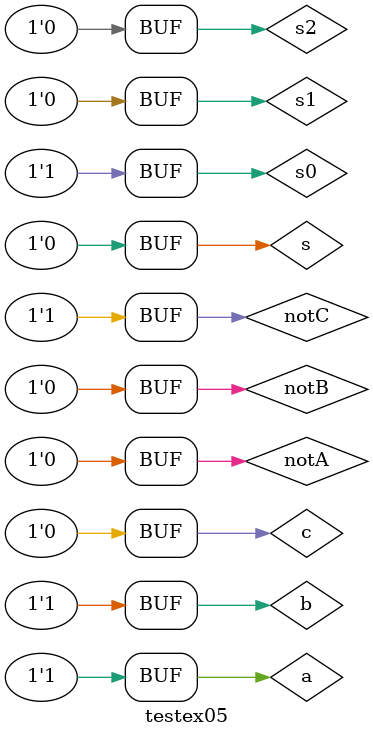
<source format=v>



 module testex05;
 reg   a, b;
 wire  notA, notB, c, s1, s2, s0, s, notC;
 
 nor NOR0 (notA, a, a);
 nor NOR1 (notB, b, b);
 nor NOR7 (notC, notA, notA);
 nor COUT (c, notC, notB);
 nor NOR3 (s1, a, notB);
 nor NOR4 (s2, notA, b);
 nor NOR5 (s0, s1,s2);
 nor NOR6 (s, s0, s0);
       
       
 initial begin
 
      $display("Exercicio 05 - Pedro Tronbin - 410473");
      $display("Half Subtractor Test.");
      $display("A  -  B  =  C  S");
		
      a=0; b=0;
		
  	#1	 $monitor("%b  -  %b  =  %b  %b", a, b, c, s);
   #1  a=0; b=1;
   #1  a=1; b=0;
   #1  a=1; b=1;
 
 end

endmodule // testex05

/* SAIDA

Exercicio 05 - Pedro Tronbin - 410473
    Half Subtractor Test.
    A  -  B  =  C  S
    0  -  0  =  0  0
    0  -  1  =  1  1
    1  -  0  =  0  1
    1  -  1  =  0  0
*/
</source>
